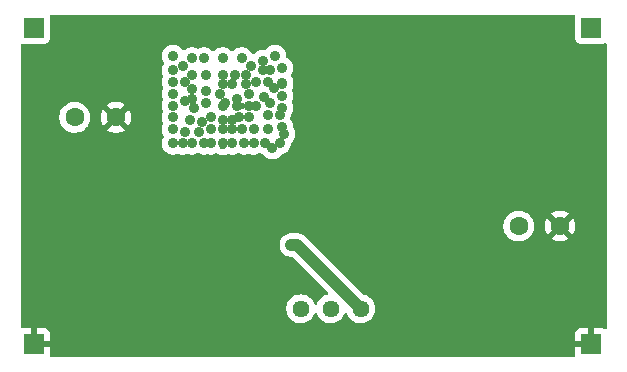
<source format=gbr>
%TF.GenerationSoftware,KiCad,Pcbnew,9.0.3*%
%TF.CreationDate,2026-02-07T01:57:28+05:30*%
%TF.ProjectId,dc dc boost converter,64632064-6320-4626-9f6f-737420636f6e,rev?*%
%TF.SameCoordinates,Original*%
%TF.FileFunction,Copper,L2,Bot*%
%TF.FilePolarity,Positive*%
%FSLAX46Y46*%
G04 Gerber Fmt 4.6, Leading zero omitted, Abs format (unit mm)*
G04 Created by KiCad (PCBNEW 9.0.3) date 2026-02-07 01:57:28*
%MOMM*%
%LPD*%
G01*
G04 APERTURE LIST*
%TA.AperFunction,ComponentPad*%
%ADD10C,1.600000*%
%TD*%
%TA.AperFunction,ComponentPad*%
%ADD11C,1.440000*%
%TD*%
%TA.AperFunction,ComponentPad*%
%ADD12R,1.700000X1.700000*%
%TD*%
%TA.AperFunction,ViaPad*%
%ADD13C,0.900000*%
%TD*%
%TA.AperFunction,ViaPad*%
%ADD14C,0.600000*%
%TD*%
%TA.AperFunction,Conductor*%
%ADD15C,1.000000*%
%TD*%
G04 APERTURE END LIST*
D10*
%TO.P,C1,1*%
%TO.N,Net-(J1-Pin_1)*%
X121850000Y-108400000D03*
%TO.P,C1,2*%
%TO.N,GND*%
X125350000Y-108400000D03*
%TD*%
D11*
%TO.P,RV1,1,1*%
%TO.N,Net-(VR1-FB)*%
X146080000Y-124600000D03*
%TO.P,RV1,2,2*%
%TO.N,Net-(D1-K)*%
X143540000Y-124600000D03*
%TO.P,RV1,3,3*%
X141000000Y-124600000D03*
%TD*%
D12*
%TO.P,J4,1,Pin_1*%
%TO.N,Net-(D1-K)*%
X165600000Y-100800000D03*
%TD*%
%TO.P,J3,1,Pin_1*%
%TO.N,GND*%
X165600000Y-127600000D03*
%TD*%
%TO.P,J2,1,Pin_1*%
%TO.N,GND*%
X118400000Y-127600000D03*
%TD*%
%TO.P,J1,1,Pin_1*%
%TO.N,Net-(J1-Pin_1)*%
X118400000Y-100800000D03*
%TD*%
D10*
%TO.P,C4,1*%
%TO.N,Net-(D1-K)*%
X159450000Y-117600000D03*
%TO.P,C4,2*%
%TO.N,GND*%
X162950000Y-117600000D03*
%TD*%
D13*
%TO.N,Net-(D1-A)*%
X134400000Y-109400000D03*
D14*
X134600000Y-107200000D03*
D13*
X134600000Y-107200000D03*
X134600000Y-107200000D03*
X132600000Y-108800000D03*
X134600000Y-107200000D03*
X136600000Y-108400000D03*
D14*
X134600000Y-107200000D03*
D13*
X134600000Y-107200000D03*
X134600000Y-107200000D03*
X134400000Y-107400000D03*
X134400000Y-107400000D03*
X130200000Y-110600000D03*
X134600000Y-107200000D03*
D14*
X134600000Y-107200000D03*
D13*
X134600000Y-107200000D03*
X134600000Y-107200000D03*
X131800000Y-104800000D03*
X139200000Y-110600000D03*
X135200000Y-105600000D03*
X134600000Y-107200000D03*
X139400000Y-105600000D03*
X134600000Y-107200000D03*
X137900000Y-106700000D03*
X134600000Y-107200000D03*
D14*
X134400000Y-110800000D03*
D13*
X138800000Y-103200000D03*
X134600000Y-107200000D03*
X131800000Y-106000000D03*
X134600000Y-107200000D03*
X130200000Y-103200000D03*
X134400000Y-107400000D03*
X134600000Y-107200000D03*
X131800000Y-103400000D03*
D14*
X134600000Y-107200000D03*
D13*
X135800000Y-108400000D03*
X134600000Y-107200000D03*
X138400000Y-107200000D03*
X135600000Y-107400000D03*
X134600000Y-107200000D03*
D14*
X134600000Y-107200000D03*
D13*
X134600000Y-107200000D03*
X134600000Y-107200000D03*
X138600000Y-111000000D03*
X134600000Y-107200000D03*
X134600000Y-107200000D03*
X134600000Y-107200000D03*
X134600000Y-107200000D03*
X139400000Y-104200000D03*
X132400000Y-109600000D03*
X133000000Y-107200000D03*
X134600000Y-107200000D03*
X130200000Y-104400000D03*
D14*
X134600000Y-107200000D03*
D13*
X131000000Y-110600000D03*
D14*
X134600000Y-107200000D03*
X134600000Y-107200000D03*
D13*
X135200000Y-108600000D03*
X134600000Y-107200000D03*
X134400000Y-107400000D03*
D14*
X134600000Y-107200000D03*
D13*
X134400000Y-107400000D03*
X138200000Y-105400000D03*
X130200000Y-106400000D03*
D14*
X134600000Y-107200000D03*
D13*
X139400000Y-105450000D03*
X138700000Y-105900000D03*
X139400000Y-109200000D03*
X131200000Y-109600000D03*
X134600000Y-107200000D03*
X134400000Y-108600000D03*
X139600000Y-109800000D03*
X138400000Y-104400000D03*
X134600000Y-107200000D03*
X134600000Y-107200000D03*
X136600000Y-106400000D03*
X135200000Y-109400000D03*
X137200000Y-107400000D03*
X134600000Y-107200000D03*
X131200000Y-105400000D03*
X130200000Y-109400000D03*
X136200000Y-110600000D03*
D14*
X134600000Y-107200000D03*
X134600000Y-107200000D03*
D13*
X134600000Y-107200000D03*
X134600000Y-107200000D03*
X132000000Y-107600000D03*
D14*
X134600000Y-107200000D03*
D13*
X134600000Y-107200000D03*
D14*
X134600000Y-107200000D03*
D13*
X134400000Y-104800000D03*
X134400000Y-110600000D03*
X134200000Y-106400000D03*
D14*
X134600000Y-107200000D03*
D13*
X134600000Y-107200000D03*
X134600000Y-107200000D03*
X134400000Y-110600000D03*
D14*
X134600000Y-107200000D03*
D13*
X134600000Y-107200000D03*
X136800000Y-104000000D03*
X134400000Y-109400000D03*
X137000000Y-109400000D03*
X131800000Y-110600000D03*
D14*
X134600000Y-107200000D03*
D13*
X134600000Y-107200000D03*
X136600000Y-107400000D03*
X136400000Y-105600000D03*
D14*
X134600000Y-107200000D03*
D13*
X134600000Y-107200000D03*
X134600000Y-107200000D03*
X134600000Y-107200000D03*
D14*
X134600000Y-107200000D03*
X134600000Y-107200000D03*
D13*
X137800000Y-103600000D03*
X134600000Y-107200000D03*
X134400000Y-107400000D03*
X136400000Y-104800000D03*
X133000000Y-104800000D03*
X133000000Y-106200000D03*
D14*
X134600000Y-107200000D03*
D13*
X136800000Y-104000000D03*
X134600000Y-107200000D03*
X136000000Y-109400000D03*
X134600000Y-107200000D03*
X138200000Y-108200000D03*
X139200000Y-108200000D03*
D14*
X134600000Y-107200000D03*
D13*
X134600000Y-107200000D03*
X135200000Y-110600000D03*
X134600000Y-107200000D03*
X130200000Y-107400000D03*
X138000000Y-110600000D03*
X139400000Y-107600000D03*
D14*
X136000000Y-107400000D03*
D13*
X136800000Y-104000000D03*
D14*
X138600000Y-110800000D03*
D13*
X134600000Y-107200000D03*
X133400000Y-110600000D03*
D14*
X134600000Y-107200000D03*
X134600000Y-107200000D03*
D13*
X137000000Y-110600000D03*
X134600000Y-107200000D03*
D14*
X134600000Y-107200000D03*
D13*
X137800000Y-103600000D03*
X134600000Y-107200000D03*
X134600000Y-107200000D03*
X133400000Y-109400000D03*
D14*
X134600000Y-107200000D03*
D13*
X134600000Y-107200000D03*
X138200000Y-109400000D03*
X134600000Y-107200000D03*
D14*
X134600000Y-107200000D03*
D13*
X134600000Y-107200000D03*
D14*
X134400000Y-110800000D03*
D13*
X134600000Y-107200000D03*
X132800000Y-103400000D03*
D14*
X134600000Y-107200000D03*
D13*
X131000000Y-104000000D03*
X134600000Y-107200000D03*
X130200000Y-108400000D03*
X134600000Y-107200000D03*
X134600000Y-107200000D03*
X135600000Y-106800000D03*
D14*
X134600000Y-107200000D03*
D13*
X134600000Y-107200000D03*
X134600000Y-107200000D03*
X134600000Y-107200000D03*
X135400000Y-104800000D03*
X134600000Y-107200000D03*
X134400000Y-103400000D03*
X134600000Y-107200000D03*
X130200000Y-105400000D03*
X134600000Y-107200000D03*
X134600000Y-107200000D03*
D14*
X134600000Y-107200000D03*
D13*
X136600000Y-107400000D03*
X134600000Y-107200000D03*
X134600000Y-107200000D03*
X134400000Y-107400000D03*
X134600000Y-107200000D03*
D14*
X134600000Y-107200000D03*
X134600000Y-107200000D03*
X134600000Y-107200000D03*
D13*
X134600000Y-107200000D03*
X139400000Y-106600000D03*
X131800000Y-106800000D03*
X137800000Y-104400000D03*
X134600000Y-107200000D03*
X137200000Y-105400000D03*
X134400000Y-105600000D03*
X134600000Y-107200000D03*
D14*
X134600000Y-107200000D03*
D13*
X136000000Y-103400000D03*
X134400000Y-107400000D03*
X134600000Y-107200000D03*
X134600000Y-107200000D03*
X134600000Y-107200000D03*
X134400000Y-107400000D03*
D14*
X134400000Y-110800000D03*
D13*
X131600000Y-108600000D03*
X134600000Y-107200000D03*
D14*
X134600000Y-107200000D03*
D13*
X131200000Y-107000000D03*
X134600000Y-107200000D03*
X134600000Y-107200000D03*
D14*
X134600000Y-107200000D03*
D13*
X134600000Y-107200000D03*
X134600000Y-107200000D03*
D14*
X134600000Y-107200000D03*
D13*
X133400000Y-108400000D03*
X134600000Y-107200000D03*
X132800000Y-110600000D03*
X134600000Y-107200000D03*
X134600000Y-107200000D03*
D14*
%TO.N,Net-(VR1-FB)*%
X140200000Y-119200000D03*
%TD*%
D15*
%TO.N,Net-(VR1-FB)*%
X140680000Y-119200000D02*
X146080000Y-124600000D01*
X140200000Y-119200000D02*
X140680000Y-119200000D01*
%TD*%
%TA.AperFunction,Conductor*%
%TO.N,GND*%
G36*
X164200171Y-99720185D02*
G01*
X164245926Y-99772989D01*
X164256421Y-99837756D01*
X164249500Y-99902118D01*
X164249500Y-101697870D01*
X164249501Y-101697876D01*
X164255908Y-101757483D01*
X164306202Y-101892328D01*
X164306206Y-101892335D01*
X164392452Y-102007544D01*
X164392455Y-102007547D01*
X164507664Y-102093793D01*
X164507671Y-102093797D01*
X164642517Y-102144091D01*
X164642516Y-102144091D01*
X164649444Y-102144835D01*
X164702127Y-102150500D01*
X166497872Y-102150499D01*
X166557483Y-102144091D01*
X166692331Y-102093796D01*
X166701186Y-102087166D01*
X166766649Y-102062747D01*
X166834923Y-102077596D01*
X166884330Y-102127000D01*
X166899500Y-102186431D01*
X166899500Y-126214192D01*
X166879815Y-126281231D01*
X166827011Y-126326986D01*
X166757853Y-126336930D01*
X166701190Y-126313460D01*
X166692088Y-126306646D01*
X166692086Y-126306645D01*
X166557379Y-126256403D01*
X166557372Y-126256401D01*
X166497844Y-126250000D01*
X165850000Y-126250000D01*
X165850000Y-127166988D01*
X165792993Y-127134075D01*
X165665826Y-127100000D01*
X165534174Y-127100000D01*
X165407007Y-127134075D01*
X165350000Y-127166988D01*
X165350000Y-126250000D01*
X164702155Y-126250000D01*
X164642627Y-126256401D01*
X164642620Y-126256403D01*
X164507913Y-126306645D01*
X164507906Y-126306649D01*
X164392812Y-126392809D01*
X164392809Y-126392812D01*
X164306649Y-126507906D01*
X164306645Y-126507913D01*
X164256403Y-126642620D01*
X164256401Y-126642627D01*
X164250000Y-126702155D01*
X164250000Y-127350000D01*
X165166988Y-127350000D01*
X165134075Y-127407007D01*
X165100000Y-127534174D01*
X165100000Y-127665826D01*
X165134075Y-127792993D01*
X165166988Y-127850000D01*
X164250000Y-127850000D01*
X164250000Y-128497844D01*
X164256925Y-128562244D01*
X164244520Y-128631004D01*
X164196910Y-128682141D01*
X164133636Y-128699500D01*
X119866364Y-128699500D01*
X119799325Y-128679815D01*
X119753570Y-128627011D01*
X119743075Y-128562244D01*
X119749999Y-128497844D01*
X119750000Y-128497827D01*
X119750000Y-127850000D01*
X118833012Y-127850000D01*
X118865925Y-127792993D01*
X118900000Y-127665826D01*
X118900000Y-127534174D01*
X118865925Y-127407007D01*
X118833012Y-127350000D01*
X119750000Y-127350000D01*
X119750000Y-126702172D01*
X119749999Y-126702155D01*
X119743598Y-126642627D01*
X119743596Y-126642620D01*
X119693354Y-126507913D01*
X119693350Y-126507906D01*
X119607190Y-126392812D01*
X119607187Y-126392809D01*
X119492093Y-126306649D01*
X119492086Y-126306645D01*
X119357379Y-126256403D01*
X119357372Y-126256401D01*
X119297844Y-126250000D01*
X118650000Y-126250000D01*
X118650000Y-127166988D01*
X118592993Y-127134075D01*
X118465826Y-127100000D01*
X118334174Y-127100000D01*
X118207007Y-127134075D01*
X118150000Y-127166988D01*
X118150000Y-126250000D01*
X117502155Y-126250000D01*
X117437756Y-126256925D01*
X117368996Y-126244520D01*
X117317859Y-126196910D01*
X117300500Y-126133636D01*
X117300500Y-119298543D01*
X139199499Y-119298543D01*
X139237947Y-119491829D01*
X139237950Y-119491839D01*
X139313364Y-119673907D01*
X139313371Y-119673920D01*
X139422860Y-119837781D01*
X139422863Y-119837785D01*
X139562214Y-119977136D01*
X139562218Y-119977139D01*
X139726079Y-120086628D01*
X139726092Y-120086635D01*
X139908160Y-120162049D01*
X139908165Y-120162051D01*
X139908169Y-120162051D01*
X139908170Y-120162052D01*
X140101456Y-120200500D01*
X140101459Y-120200500D01*
X140214218Y-120200500D01*
X140281257Y-120220185D01*
X140301899Y-120236819D01*
X143277491Y-123212411D01*
X143310976Y-123273734D01*
X143305992Y-123343426D01*
X143264120Y-123399359D01*
X143228128Y-123418023D01*
X143071493Y-123468916D01*
X142900318Y-123556135D01*
X142811645Y-123620560D01*
X142744898Y-123669055D01*
X142744896Y-123669057D01*
X142744895Y-123669057D01*
X142609057Y-123804895D01*
X142609057Y-123804896D01*
X142609055Y-123804898D01*
X142560560Y-123871645D01*
X142496135Y-123960318D01*
X142408916Y-124131493D01*
X142387931Y-124196081D01*
X142348494Y-124253756D01*
X142284135Y-124280955D01*
X142215289Y-124269041D01*
X142163813Y-124221797D01*
X142152069Y-124196081D01*
X142131083Y-124131493D01*
X142043864Y-123960318D01*
X141930945Y-123804898D01*
X141795102Y-123669055D01*
X141639681Y-123556135D01*
X141468506Y-123468916D01*
X141285802Y-123409553D01*
X141190928Y-123394526D01*
X141096055Y-123379500D01*
X140903945Y-123379500D01*
X140840696Y-123389517D01*
X140714197Y-123409553D01*
X140531493Y-123468916D01*
X140360318Y-123556135D01*
X140271645Y-123620560D01*
X140204898Y-123669055D01*
X140204896Y-123669057D01*
X140204895Y-123669057D01*
X140069057Y-123804895D01*
X140069057Y-123804896D01*
X140069055Y-123804898D01*
X140020560Y-123871645D01*
X139956135Y-123960318D01*
X139868916Y-124131493D01*
X139809553Y-124314197D01*
X139779500Y-124503945D01*
X139779500Y-124696054D01*
X139809553Y-124885802D01*
X139868916Y-125068506D01*
X139868918Y-125068509D01*
X139956135Y-125239681D01*
X140069055Y-125395102D01*
X140204898Y-125530945D01*
X140360319Y-125643865D01*
X140531491Y-125731082D01*
X140531493Y-125731083D01*
X140622845Y-125760764D01*
X140714199Y-125790447D01*
X140903945Y-125820500D01*
X140903946Y-125820500D01*
X141096054Y-125820500D01*
X141096055Y-125820500D01*
X141285801Y-125790447D01*
X141468509Y-125731082D01*
X141639681Y-125643865D01*
X141795102Y-125530945D01*
X141930945Y-125395102D01*
X142043865Y-125239681D01*
X142131082Y-125068509D01*
X142152068Y-125003921D01*
X142152069Y-125003919D01*
X142191506Y-124946243D01*
X142255864Y-124919044D01*
X142324711Y-124930958D01*
X142376187Y-124978202D01*
X142387931Y-125003919D01*
X142408915Y-125068504D01*
X142408918Y-125068509D01*
X142496135Y-125239681D01*
X142609055Y-125395102D01*
X142744898Y-125530945D01*
X142900319Y-125643865D01*
X143071491Y-125731082D01*
X143071493Y-125731083D01*
X143162845Y-125760764D01*
X143254199Y-125790447D01*
X143443945Y-125820500D01*
X143443946Y-125820500D01*
X143636054Y-125820500D01*
X143636055Y-125820500D01*
X143825801Y-125790447D01*
X144008509Y-125731082D01*
X144179681Y-125643865D01*
X144335102Y-125530945D01*
X144470945Y-125395102D01*
X144583865Y-125239681D01*
X144671082Y-125068509D01*
X144692068Y-125003918D01*
X144731504Y-124946245D01*
X144795862Y-124919045D01*
X144864709Y-124930959D01*
X144916185Y-124978202D01*
X144927930Y-125003918D01*
X144948916Y-125068504D01*
X144948918Y-125068509D01*
X145036135Y-125239681D01*
X145149055Y-125395102D01*
X145284898Y-125530945D01*
X145440319Y-125643865D01*
X145611491Y-125731082D01*
X145611493Y-125731083D01*
X145702845Y-125760764D01*
X145794199Y-125790447D01*
X145983945Y-125820500D01*
X145983946Y-125820500D01*
X146176054Y-125820500D01*
X146176055Y-125820500D01*
X146365801Y-125790447D01*
X146548509Y-125731082D01*
X146719681Y-125643865D01*
X146875102Y-125530945D01*
X147010945Y-125395102D01*
X147123865Y-125239681D01*
X147211082Y-125068509D01*
X147270447Y-124885801D01*
X147300500Y-124696055D01*
X147300500Y-124503945D01*
X147270447Y-124314199D01*
X147240424Y-124221797D01*
X147211083Y-124131493D01*
X147123864Y-123960318D01*
X147010945Y-123804898D01*
X146875102Y-123669055D01*
X146719681Y-123556135D01*
X146548506Y-123468916D01*
X146365806Y-123409554D01*
X146365802Y-123409553D01*
X146365801Y-123409553D01*
X146354560Y-123407772D01*
X146332721Y-123404313D01*
X146269587Y-123374382D01*
X146264441Y-123369521D01*
X141461479Y-118566559D01*
X141461459Y-118566537D01*
X141317785Y-118422863D01*
X141317781Y-118422860D01*
X141153920Y-118313371D01*
X141153911Y-118313366D01*
X141076614Y-118281349D01*
X141025165Y-118260038D01*
X140971836Y-118237949D01*
X140971832Y-118237948D01*
X140971828Y-118237946D01*
X140875188Y-118218724D01*
X140778544Y-118199500D01*
X140778541Y-118199500D01*
X140101459Y-118199500D01*
X140101457Y-118199500D01*
X139908170Y-118237947D01*
X139908160Y-118237950D01*
X139726092Y-118313364D01*
X139726079Y-118313371D01*
X139562218Y-118422860D01*
X139562214Y-118422863D01*
X139422863Y-118562214D01*
X139422860Y-118562218D01*
X139313371Y-118726079D01*
X139313364Y-118726092D01*
X139237950Y-118908160D01*
X139237947Y-118908170D01*
X139199500Y-119101456D01*
X139199500Y-119101459D01*
X139199500Y-119298541D01*
X139199500Y-119298543D01*
X139199499Y-119298543D01*
X117300500Y-119298543D01*
X117300500Y-117497648D01*
X158149500Y-117497648D01*
X158149500Y-117702351D01*
X158181522Y-117904534D01*
X158244781Y-118099223D01*
X158295876Y-118199500D01*
X158337585Y-118281359D01*
X158337715Y-118281613D01*
X158458028Y-118447213D01*
X158602786Y-118591971D01*
X158723226Y-118679474D01*
X158768390Y-118712287D01*
X158884607Y-118771503D01*
X158950776Y-118805218D01*
X158950778Y-118805218D01*
X158950781Y-118805220D01*
X159055137Y-118839127D01*
X159145465Y-118868477D01*
X159246557Y-118884488D01*
X159347648Y-118900500D01*
X159347649Y-118900500D01*
X159552351Y-118900500D01*
X159552352Y-118900500D01*
X159754534Y-118868477D01*
X159949219Y-118805220D01*
X160131610Y-118712287D01*
X160224590Y-118644732D01*
X160297213Y-118591971D01*
X160297215Y-118591968D01*
X160297219Y-118591966D01*
X160441966Y-118447219D01*
X160441968Y-118447215D01*
X160441971Y-118447213D01*
X160494732Y-118374590D01*
X160562287Y-118281610D01*
X160655220Y-118099219D01*
X160718477Y-117904534D01*
X160750500Y-117702352D01*
X160750500Y-117497682D01*
X161650000Y-117497682D01*
X161650000Y-117702317D01*
X161682009Y-117904417D01*
X161745244Y-118099031D01*
X161838141Y-118281350D01*
X161838147Y-118281359D01*
X161870523Y-118325921D01*
X161870524Y-118325922D01*
X162550000Y-117646446D01*
X162550000Y-117652661D01*
X162577259Y-117754394D01*
X162629920Y-117845606D01*
X162704394Y-117920080D01*
X162795606Y-117972741D01*
X162897339Y-118000000D01*
X162903553Y-118000000D01*
X162224076Y-118679474D01*
X162268650Y-118711859D01*
X162450968Y-118804755D01*
X162645582Y-118867990D01*
X162847683Y-118900000D01*
X163052317Y-118900000D01*
X163254417Y-118867990D01*
X163449031Y-118804755D01*
X163631349Y-118711859D01*
X163675921Y-118679474D01*
X162996447Y-118000000D01*
X163002661Y-118000000D01*
X163104394Y-117972741D01*
X163195606Y-117920080D01*
X163270080Y-117845606D01*
X163322741Y-117754394D01*
X163350000Y-117652661D01*
X163350000Y-117646447D01*
X164029474Y-118325921D01*
X164061859Y-118281349D01*
X164154755Y-118099031D01*
X164217990Y-117904417D01*
X164250000Y-117702317D01*
X164250000Y-117497682D01*
X164217990Y-117295582D01*
X164154755Y-117100968D01*
X164061859Y-116918650D01*
X164029474Y-116874077D01*
X164029474Y-116874076D01*
X163350000Y-117553551D01*
X163350000Y-117547339D01*
X163322741Y-117445606D01*
X163270080Y-117354394D01*
X163195606Y-117279920D01*
X163104394Y-117227259D01*
X163002661Y-117200000D01*
X162996446Y-117200000D01*
X163675922Y-116520524D01*
X163675921Y-116520523D01*
X163631359Y-116488147D01*
X163631350Y-116488141D01*
X163449031Y-116395244D01*
X163254417Y-116332009D01*
X163052317Y-116300000D01*
X162847683Y-116300000D01*
X162645582Y-116332009D01*
X162450968Y-116395244D01*
X162268644Y-116488143D01*
X162224077Y-116520523D01*
X162224077Y-116520524D01*
X162903554Y-117200000D01*
X162897339Y-117200000D01*
X162795606Y-117227259D01*
X162704394Y-117279920D01*
X162629920Y-117354394D01*
X162577259Y-117445606D01*
X162550000Y-117547339D01*
X162550000Y-117553553D01*
X161870524Y-116874077D01*
X161870523Y-116874077D01*
X161838143Y-116918644D01*
X161745244Y-117100968D01*
X161682009Y-117295582D01*
X161650000Y-117497682D01*
X160750500Y-117497682D01*
X160750500Y-117497648D01*
X160742257Y-117445606D01*
X160718477Y-117295465D01*
X160687458Y-117200000D01*
X160655220Y-117100781D01*
X160655218Y-117100778D01*
X160655218Y-117100776D01*
X160562419Y-116918650D01*
X160562287Y-116918390D01*
X160530092Y-116874077D01*
X160441971Y-116752786D01*
X160297213Y-116608028D01*
X160131613Y-116487715D01*
X160131612Y-116487714D01*
X160131610Y-116487713D01*
X160074653Y-116458691D01*
X159949223Y-116394781D01*
X159754534Y-116331522D01*
X159579995Y-116303878D01*
X159552352Y-116299500D01*
X159347648Y-116299500D01*
X159323329Y-116303351D01*
X159145465Y-116331522D01*
X158950776Y-116394781D01*
X158768386Y-116487715D01*
X158602786Y-116608028D01*
X158458028Y-116752786D01*
X158337715Y-116918386D01*
X158244781Y-117100776D01*
X158181522Y-117295465D01*
X158149500Y-117497648D01*
X117300500Y-117497648D01*
X117300500Y-108297648D01*
X120549500Y-108297648D01*
X120549500Y-108502352D01*
X120553878Y-108529995D01*
X120581522Y-108704534D01*
X120644781Y-108899223D01*
X120708691Y-109024653D01*
X120737585Y-109081359D01*
X120737715Y-109081613D01*
X120858028Y-109247213D01*
X121002786Y-109391971D01*
X121123226Y-109479474D01*
X121168390Y-109512287D01*
X121284607Y-109571503D01*
X121350776Y-109605218D01*
X121350778Y-109605218D01*
X121350781Y-109605220D01*
X121455137Y-109639127D01*
X121545465Y-109668477D01*
X121600811Y-109677243D01*
X121747648Y-109700500D01*
X121747649Y-109700500D01*
X121952351Y-109700500D01*
X121952352Y-109700500D01*
X122154534Y-109668477D01*
X122349219Y-109605220D01*
X122531610Y-109512287D01*
X122624590Y-109444732D01*
X122697213Y-109391971D01*
X122697215Y-109391968D01*
X122697219Y-109391966D01*
X122841966Y-109247219D01*
X122841968Y-109247215D01*
X122841971Y-109247213D01*
X122894732Y-109174590D01*
X122962287Y-109081610D01*
X123055220Y-108899219D01*
X123118477Y-108704534D01*
X123150500Y-108502352D01*
X123150500Y-108297682D01*
X124050000Y-108297682D01*
X124050000Y-108502317D01*
X124082009Y-108704417D01*
X124145244Y-108899031D01*
X124238141Y-109081350D01*
X124238147Y-109081359D01*
X124270523Y-109125921D01*
X124270524Y-109125922D01*
X124950000Y-108446446D01*
X124950000Y-108452661D01*
X124977259Y-108554394D01*
X125029920Y-108645606D01*
X125104394Y-108720080D01*
X125195606Y-108772741D01*
X125297339Y-108800000D01*
X125303553Y-108800000D01*
X124624076Y-109479474D01*
X124668650Y-109511859D01*
X124850968Y-109604755D01*
X125045582Y-109667990D01*
X125247683Y-109700000D01*
X125452317Y-109700000D01*
X125654417Y-109667990D01*
X125849031Y-109604755D01*
X126031349Y-109511859D01*
X126075921Y-109479474D01*
X125396447Y-108800000D01*
X125402661Y-108800000D01*
X125504394Y-108772741D01*
X125595606Y-108720080D01*
X125670080Y-108645606D01*
X125722741Y-108554394D01*
X125750000Y-108452661D01*
X125750000Y-108446447D01*
X126429474Y-109125921D01*
X126461859Y-109081349D01*
X126554755Y-108899031D01*
X126617990Y-108704417D01*
X126650000Y-108502317D01*
X126650000Y-108297682D01*
X126617990Y-108095582D01*
X126554755Y-107900968D01*
X126461859Y-107718650D01*
X126429474Y-107674077D01*
X126429474Y-107674076D01*
X125750000Y-108353551D01*
X125750000Y-108347339D01*
X125722741Y-108245606D01*
X125670080Y-108154394D01*
X125595606Y-108079920D01*
X125504394Y-108027259D01*
X125402661Y-108000000D01*
X125396446Y-108000000D01*
X126075922Y-107320524D01*
X126075921Y-107320523D01*
X126031359Y-107288147D01*
X126031350Y-107288141D01*
X125849031Y-107195244D01*
X125654417Y-107132009D01*
X125452317Y-107100000D01*
X125247683Y-107100000D01*
X125045582Y-107132009D01*
X124850968Y-107195244D01*
X124668644Y-107288143D01*
X124624077Y-107320523D01*
X124624077Y-107320524D01*
X125303554Y-108000000D01*
X125297339Y-108000000D01*
X125195606Y-108027259D01*
X125104394Y-108079920D01*
X125029920Y-108154394D01*
X124977259Y-108245606D01*
X124950000Y-108347339D01*
X124950000Y-108353553D01*
X124270524Y-107674077D01*
X124270523Y-107674077D01*
X124238143Y-107718644D01*
X124145244Y-107900968D01*
X124082009Y-108095582D01*
X124050000Y-108297682D01*
X123150500Y-108297682D01*
X123150500Y-108297648D01*
X123128124Y-108156376D01*
X123118477Y-108095465D01*
X123071137Y-107949769D01*
X123055220Y-107900781D01*
X123055218Y-107900778D01*
X123055218Y-107900776D01*
X122962419Y-107718650D01*
X122962287Y-107718390D01*
X122930092Y-107674077D01*
X122841971Y-107552786D01*
X122697213Y-107408028D01*
X122531613Y-107287715D01*
X122531612Y-107287714D01*
X122531610Y-107287713D01*
X122474653Y-107258691D01*
X122349223Y-107194781D01*
X122154534Y-107131522D01*
X121979995Y-107103878D01*
X121952352Y-107099500D01*
X121747648Y-107099500D01*
X121723329Y-107103351D01*
X121545465Y-107131522D01*
X121350776Y-107194781D01*
X121168386Y-107287715D01*
X121002786Y-107408028D01*
X120858028Y-107552786D01*
X120737715Y-107718386D01*
X120644781Y-107900776D01*
X120581522Y-108095465D01*
X120550139Y-108293616D01*
X120549500Y-108297648D01*
X117300500Y-108297648D01*
X117300500Y-103106379D01*
X129249500Y-103106379D01*
X129249500Y-103293620D01*
X129286025Y-103477243D01*
X129286027Y-103477251D01*
X129357677Y-103650230D01*
X129411719Y-103731109D01*
X129432597Y-103797787D01*
X129414112Y-103865167D01*
X129411719Y-103868891D01*
X129357677Y-103949769D01*
X129286027Y-104122748D01*
X129286025Y-104122756D01*
X129249500Y-104306379D01*
X129249500Y-104493620D01*
X129286025Y-104677243D01*
X129286027Y-104677251D01*
X129358637Y-104852547D01*
X129366106Y-104922017D01*
X129358637Y-104947453D01*
X129286027Y-105122748D01*
X129286025Y-105122756D01*
X129249500Y-105306379D01*
X129249500Y-105493620D01*
X129286025Y-105677243D01*
X129286027Y-105677251D01*
X129358637Y-105852547D01*
X129366106Y-105922017D01*
X129358637Y-105947453D01*
X129286027Y-106122748D01*
X129286025Y-106122756D01*
X129249500Y-106306379D01*
X129249500Y-106493620D01*
X129286025Y-106677243D01*
X129286027Y-106677251D01*
X129358637Y-106852547D01*
X129366106Y-106922017D01*
X129358637Y-106947453D01*
X129286027Y-107122748D01*
X129286025Y-107122756D01*
X129249500Y-107306379D01*
X129249500Y-107493620D01*
X129286025Y-107677243D01*
X129286027Y-107677251D01*
X129358637Y-107852547D01*
X129366106Y-107922017D01*
X129358637Y-107947453D01*
X129286027Y-108122748D01*
X129286025Y-108122756D01*
X129249500Y-108306379D01*
X129249500Y-108493620D01*
X129286025Y-108677243D01*
X129286027Y-108677251D01*
X129358637Y-108852547D01*
X129366106Y-108922017D01*
X129358637Y-108947453D01*
X129286027Y-109122748D01*
X129286025Y-109122756D01*
X129249500Y-109306379D01*
X129249500Y-109493620D01*
X129286025Y-109677243D01*
X129286027Y-109677251D01*
X129357677Y-109850230D01*
X129411719Y-109931109D01*
X129432597Y-109997787D01*
X129414112Y-110065167D01*
X129411719Y-110068891D01*
X129357677Y-110149769D01*
X129286027Y-110322748D01*
X129286025Y-110322756D01*
X129249500Y-110506379D01*
X129249500Y-110693620D01*
X129286025Y-110877243D01*
X129286027Y-110877251D01*
X129357676Y-111050228D01*
X129357681Y-111050237D01*
X129461697Y-111205907D01*
X129461700Y-111205911D01*
X129594088Y-111338299D01*
X129594092Y-111338302D01*
X129749762Y-111442318D01*
X129749771Y-111442323D01*
X129788956Y-111458554D01*
X129922749Y-111513973D01*
X130106379Y-111550499D01*
X130106383Y-111550500D01*
X130106384Y-111550500D01*
X130293617Y-111550500D01*
X130293618Y-111550499D01*
X130477251Y-111513973D01*
X130552547Y-111482783D01*
X130622015Y-111475314D01*
X130647451Y-111482783D01*
X130668389Y-111491456D01*
X130722743Y-111513971D01*
X130722745Y-111513971D01*
X130722749Y-111513973D01*
X130906379Y-111550499D01*
X130906383Y-111550500D01*
X130906384Y-111550500D01*
X131093617Y-111550500D01*
X131093618Y-111550499D01*
X131277251Y-111513973D01*
X131352547Y-111482783D01*
X131422015Y-111475314D01*
X131447451Y-111482783D01*
X131468389Y-111491456D01*
X131522743Y-111513971D01*
X131522745Y-111513971D01*
X131522749Y-111513973D01*
X131706379Y-111550499D01*
X131706383Y-111550500D01*
X131706384Y-111550500D01*
X131893617Y-111550500D01*
X131893618Y-111550499D01*
X132077251Y-111513973D01*
X132250231Y-111442322D01*
X132250233Y-111442320D01*
X132252547Y-111441362D01*
X132322016Y-111433893D01*
X132347453Y-111441362D01*
X132349766Y-111442320D01*
X132349769Y-111442322D01*
X132522749Y-111513973D01*
X132706379Y-111550499D01*
X132706383Y-111550500D01*
X132706384Y-111550500D01*
X132893617Y-111550500D01*
X132893617Y-111550499D01*
X133021668Y-111525029D01*
X133075809Y-111514260D01*
X133124191Y-111514260D01*
X133201598Y-111529657D01*
X133306381Y-111550499D01*
X133306383Y-111550500D01*
X133306384Y-111550500D01*
X133493617Y-111550500D01*
X133493618Y-111550499D01*
X133677251Y-111513973D01*
X133832339Y-111449732D01*
X133901807Y-111442264D01*
X133948679Y-111461190D01*
X134020821Y-111509394D01*
X134020823Y-111509395D01*
X134020827Y-111509397D01*
X134166498Y-111569735D01*
X134166503Y-111569737D01*
X134321153Y-111600499D01*
X134321156Y-111600500D01*
X134321158Y-111600500D01*
X134478844Y-111600500D01*
X134478845Y-111600499D01*
X134633497Y-111569737D01*
X134779179Y-111509394D01*
X134779184Y-111509390D01*
X134784552Y-111506522D01*
X134785822Y-111508899D01*
X134841331Y-111491456D01*
X134891124Y-111500873D01*
X134922749Y-111513973D01*
X135106379Y-111550499D01*
X135106383Y-111550500D01*
X135106384Y-111550500D01*
X135293617Y-111550500D01*
X135293618Y-111550499D01*
X135477251Y-111513973D01*
X135650231Y-111442322D01*
X135650233Y-111442320D01*
X135652547Y-111441362D01*
X135722016Y-111433893D01*
X135747453Y-111441362D01*
X135749766Y-111442320D01*
X135749769Y-111442322D01*
X135922749Y-111513973D01*
X136106379Y-111550499D01*
X136106383Y-111550500D01*
X136106384Y-111550500D01*
X136293617Y-111550500D01*
X136293618Y-111550499D01*
X136477251Y-111513973D01*
X136552547Y-111482783D01*
X136622015Y-111475314D01*
X136647451Y-111482783D01*
X136668389Y-111491456D01*
X136722743Y-111513971D01*
X136722745Y-111513971D01*
X136722749Y-111513973D01*
X136906379Y-111550499D01*
X136906383Y-111550500D01*
X136906384Y-111550500D01*
X137093617Y-111550500D01*
X137093618Y-111550499D01*
X137277251Y-111513973D01*
X137450231Y-111442322D01*
X137450233Y-111442320D01*
X137452547Y-111441362D01*
X137522016Y-111433893D01*
X137547453Y-111441362D01*
X137549766Y-111442320D01*
X137549769Y-111442322D01*
X137722749Y-111513973D01*
X137761775Y-111521735D01*
X137823684Y-111554117D01*
X137840683Y-111574458D01*
X137854443Y-111595050D01*
X137861699Y-111605910D01*
X137994088Y-111738299D01*
X137994092Y-111738302D01*
X138149762Y-111842318D01*
X138149768Y-111842321D01*
X138149769Y-111842322D01*
X138322749Y-111913973D01*
X138506379Y-111950499D01*
X138506383Y-111950500D01*
X138506384Y-111950500D01*
X138693617Y-111950500D01*
X138693618Y-111950499D01*
X138877251Y-111913973D01*
X139050231Y-111842322D01*
X139205908Y-111738302D01*
X139338302Y-111605908D01*
X139359313Y-111574463D01*
X139412925Y-111529657D01*
X139438219Y-111521736D01*
X139477251Y-111513973D01*
X139650231Y-111442322D01*
X139805908Y-111338302D01*
X139938302Y-111205908D01*
X140042322Y-111050231D01*
X140113973Y-110877251D01*
X140150500Y-110693616D01*
X140150500Y-110641603D01*
X140170185Y-110574564D01*
X140201572Y-110542611D01*
X140201204Y-110542162D01*
X140205384Y-110538731D01*
X140205612Y-110538499D01*
X140205908Y-110538302D01*
X140338302Y-110405908D01*
X140442322Y-110250231D01*
X140513973Y-110077251D01*
X140550500Y-109893616D01*
X140550500Y-109706384D01*
X140513973Y-109522749D01*
X140442322Y-109349769D01*
X140438824Y-109344534D01*
X140371398Y-109243622D01*
X140350520Y-109176945D01*
X140350500Y-109174732D01*
X140350500Y-109106383D01*
X140350499Y-109106379D01*
X140345520Y-109081349D01*
X140313973Y-108922749D01*
X140251837Y-108772741D01*
X140242323Y-108749771D01*
X140242318Y-108749762D01*
X140138298Y-108594086D01*
X140136707Y-108592147D01*
X140136191Y-108590932D01*
X140134918Y-108589027D01*
X140135279Y-108588785D01*
X140109394Y-108527837D01*
X140113378Y-108483344D01*
X140112785Y-108483226D01*
X140113884Y-108477700D01*
X140113904Y-108477478D01*
X140113970Y-108477258D01*
X140113973Y-108477251D01*
X140150500Y-108293616D01*
X140150500Y-108225267D01*
X140170185Y-108158228D01*
X140171398Y-108156376D01*
X140193867Y-108122749D01*
X140242322Y-108050231D01*
X140313973Y-107877251D01*
X140350500Y-107693616D01*
X140350500Y-107506384D01*
X140313973Y-107322749D01*
X140242322Y-107149769D01*
X140242320Y-107149766D01*
X140241362Y-107147453D01*
X140233893Y-107077984D01*
X140241362Y-107052547D01*
X140242320Y-107050233D01*
X140242322Y-107050231D01*
X140313973Y-106877251D01*
X140350500Y-106693616D01*
X140350500Y-106506384D01*
X140313973Y-106322749D01*
X140242322Y-106149769D01*
X140242320Y-106149766D01*
X140241362Y-106147453D01*
X140233893Y-106077984D01*
X140241362Y-106052547D01*
X140242320Y-106050233D01*
X140242322Y-106050231D01*
X140313973Y-105877251D01*
X140350500Y-105693616D01*
X140350500Y-105506384D01*
X140350500Y-105356384D01*
X140313973Y-105172749D01*
X140242322Y-104999769D01*
X140242321Y-104999768D01*
X140242318Y-104999762D01*
X140171577Y-104893891D01*
X140150699Y-104827213D01*
X140169183Y-104759833D01*
X140171577Y-104756109D01*
X140242318Y-104650237D01*
X140242318Y-104650236D01*
X140242322Y-104650231D01*
X140313973Y-104477251D01*
X140350500Y-104293616D01*
X140350500Y-104106384D01*
X140313973Y-103922749D01*
X140242322Y-103749769D01*
X140242321Y-103749768D01*
X140242318Y-103749762D01*
X140138302Y-103594092D01*
X140138299Y-103594088D01*
X140005911Y-103461700D01*
X140005907Y-103461697D01*
X139850237Y-103357681D01*
X139850225Y-103357675D01*
X139827045Y-103348073D01*
X139772642Y-103304231D01*
X139750579Y-103237936D01*
X139750500Y-103233513D01*
X139750500Y-103106383D01*
X139750499Y-103106379D01*
X139739185Y-103049500D01*
X139713973Y-102922749D01*
X139642322Y-102749769D01*
X139642321Y-102749768D01*
X139642318Y-102749762D01*
X139538302Y-102594092D01*
X139538299Y-102594088D01*
X139405911Y-102461700D01*
X139405907Y-102461697D01*
X139250237Y-102357681D01*
X139250228Y-102357676D01*
X139077251Y-102286027D01*
X139077243Y-102286025D01*
X138893620Y-102249500D01*
X138893616Y-102249500D01*
X138706384Y-102249500D01*
X138706379Y-102249500D01*
X138522756Y-102286025D01*
X138522748Y-102286027D01*
X138349771Y-102357676D01*
X138349762Y-102357681D01*
X138194092Y-102461697D01*
X138194088Y-102461700D01*
X138061704Y-102594085D01*
X138061698Y-102594092D01*
X138055327Y-102603626D01*
X138001712Y-102648428D01*
X137932387Y-102657131D01*
X137928046Y-102656348D01*
X137893616Y-102649500D01*
X137706384Y-102649500D01*
X137706379Y-102649500D01*
X137522756Y-102686025D01*
X137522748Y-102686027D01*
X137349771Y-102757676D01*
X137349762Y-102757681D01*
X137194092Y-102861697D01*
X137194088Y-102861700D01*
X137061703Y-102994085D01*
X137059351Y-102996952D01*
X137057738Y-102998050D01*
X137057390Y-102998399D01*
X137057323Y-102998332D01*
X137001605Y-103036286D01*
X136931760Y-103038155D01*
X136871992Y-103001968D01*
X136848937Y-102965738D01*
X136842325Y-102949775D01*
X136842318Y-102949762D01*
X136738302Y-102794092D01*
X136738299Y-102794088D01*
X136605911Y-102661700D01*
X136605907Y-102661697D01*
X136450237Y-102557681D01*
X136450228Y-102557676D01*
X136277251Y-102486027D01*
X136277243Y-102486025D01*
X136093620Y-102449500D01*
X136093616Y-102449500D01*
X135906384Y-102449500D01*
X135906379Y-102449500D01*
X135722756Y-102486025D01*
X135722748Y-102486027D01*
X135549771Y-102557676D01*
X135549762Y-102557681D01*
X135394092Y-102661697D01*
X135394088Y-102661700D01*
X135287681Y-102768108D01*
X135226358Y-102801593D01*
X135156666Y-102796609D01*
X135112319Y-102768108D01*
X135005911Y-102661700D01*
X135005907Y-102661697D01*
X134850237Y-102557681D01*
X134850228Y-102557676D01*
X134677251Y-102486027D01*
X134677243Y-102486025D01*
X134493620Y-102449500D01*
X134493616Y-102449500D01*
X134306384Y-102449500D01*
X134306379Y-102449500D01*
X134122756Y-102486025D01*
X134122748Y-102486027D01*
X133949771Y-102557676D01*
X133949762Y-102557681D01*
X133794092Y-102661697D01*
X133794088Y-102661700D01*
X133687681Y-102768108D01*
X133626358Y-102801593D01*
X133556666Y-102796609D01*
X133512319Y-102768108D01*
X133405911Y-102661700D01*
X133405907Y-102661697D01*
X133250237Y-102557681D01*
X133250228Y-102557676D01*
X133077251Y-102486027D01*
X133077243Y-102486025D01*
X132893620Y-102449500D01*
X132893616Y-102449500D01*
X132706384Y-102449500D01*
X132706379Y-102449500D01*
X132522756Y-102486025D01*
X132522748Y-102486027D01*
X132347453Y-102558637D01*
X132277983Y-102566106D01*
X132252547Y-102558637D01*
X132077251Y-102486027D01*
X132077243Y-102486025D01*
X131893620Y-102449500D01*
X131893616Y-102449500D01*
X131706384Y-102449500D01*
X131706379Y-102449500D01*
X131522756Y-102486025D01*
X131522748Y-102486027D01*
X131349771Y-102557676D01*
X131349762Y-102557681D01*
X131194092Y-102661697D01*
X131194088Y-102661700D01*
X131174676Y-102681113D01*
X131113353Y-102714598D01*
X131043661Y-102709614D01*
X130987728Y-102667742D01*
X130983893Y-102662323D01*
X130938302Y-102594092D01*
X130938299Y-102594088D01*
X130805911Y-102461700D01*
X130805907Y-102461697D01*
X130650237Y-102357681D01*
X130650228Y-102357676D01*
X130477251Y-102286027D01*
X130477243Y-102286025D01*
X130293620Y-102249500D01*
X130293616Y-102249500D01*
X130106384Y-102249500D01*
X130106379Y-102249500D01*
X129922756Y-102286025D01*
X129922748Y-102286027D01*
X129749771Y-102357676D01*
X129749762Y-102357681D01*
X129594092Y-102461697D01*
X129594088Y-102461700D01*
X129461700Y-102594088D01*
X129461697Y-102594092D01*
X129357681Y-102749762D01*
X129357676Y-102749771D01*
X129286027Y-102922748D01*
X129286025Y-102922756D01*
X129249500Y-103106379D01*
X117300500Y-103106379D01*
X117300500Y-102266868D01*
X117320185Y-102199829D01*
X117372989Y-102154074D01*
X117437756Y-102143579D01*
X117442516Y-102144090D01*
X117442517Y-102144091D01*
X117502127Y-102150500D01*
X119297872Y-102150499D01*
X119357483Y-102144091D01*
X119492331Y-102093796D01*
X119607546Y-102007546D01*
X119693796Y-101892331D01*
X119744091Y-101757483D01*
X119750500Y-101697873D01*
X119750499Y-99902128D01*
X119744091Y-99842517D01*
X119743579Y-99837753D01*
X119755986Y-99768994D01*
X119803597Y-99717857D01*
X119866869Y-99700500D01*
X164133132Y-99700500D01*
X164200171Y-99720185D01*
G37*
%TD.AperFunction*%
%TD*%
M02*

</source>
